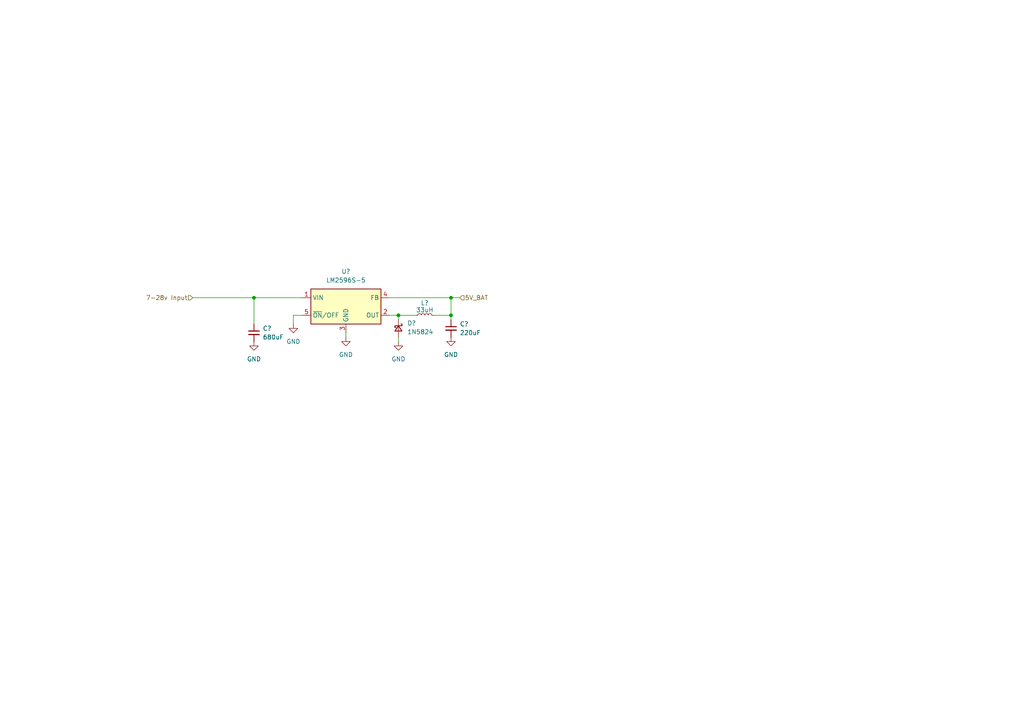
<source format=kicad_sch>
(kicad_sch (version 20231120) (generator "eeschema") (generator_version "8.0")
  (paper "A4")
  (lib_symbols
    (symbol "Device:C_Small" (pin_numbers hide) (pin_names (offset 0.254) hide)
      (property "Reference" "C" (at 0.254 1.778 0))
      (property "Value" "C_Small" (at 0.254 -2.032 0))
      (symbol "C_Small_0_1"
        (polyline (pts (xy -1.524 -0.508) (xy 1.524 -0.508)) (stroke (width 0.3302)))
        (polyline (pts (xy -1.524 0.508) (xy 1.524 0.508)) (stroke (width 0.3048)))
      )
      (symbol "C_Small_1_1"
        (pin passive line (at 0 2.54 270) (length 2.032) (name "~") (number "1"))
        (pin passive line (at 0 -2.54 90) (length 2.032) (name "~") (number "2"))
      )
    )
    (symbol "Device:D_Schottky_Small" (pin_numbers hide) (pin_names (offset 0.254) hide)
      (property "Reference" "D" (at -1.27 2.032 0))
      (property "Value" "D_Schottky_Small" (at -7.112 -2.032 0))
      (symbol "D_Schottky_Small_0_1"
        (polyline (pts (xy -0.762 0) (xy 0.762 0)))
        (polyline (pts (xy 0.762 -1.016) (xy -0.762 0) (xy 0.762 1.016) (xy 0.762 -1.016)) (stroke (width 0.254)))
        (polyline (pts (xy -1.27 0.762) (xy -1.27 1.016) (xy -0.762 1.016) (xy -0.762 -1.016) (xy -0.254 -1.016) (xy -0.254 -0.762)) (stroke (width 0.254)))
      )
      (symbol "D_Schottky_Small_1_1"
        (pin passive line (at -2.54 0 0) (length 1.778) (name "K") (number "1"))
        (pin passive line (at 2.54 0 180) (length 1.778) (name "A") (number "2"))
      )
    )
    (symbol "Device:L_Small" (pin_numbers hide) (pin_names (offset 0.254) hide)
      (property "Reference" "L" (at 0.762 1.016 0))
      (property "Value" "L_Small" (at 0.762 -1.016 0))
      (symbol "L_Small_0_1"
        (arc (start 0 -2.032) (mid 0.5058 -1.524) (end 0 -1.016))
        (arc (start 0 -1.016) (mid 0.5058 -0.508) (end 0 0))
        (arc (start 0 0) (mid 0.5058 0.508) (end 0 1.016))
        (arc (start 0 1.016) (mid 0.5058 1.524) (end 0 2.032))
      )
      (symbol "L_Small_1_1"
        (pin passive line (at 0 2.54 270) (length 0.508) (name "~") (number "1"))
        (pin passive line (at 0 -2.54 90) (length 0.508) (name "~") (number "2"))
      )
    )
    (symbol "Regulator_Switching:LM2596S-5"
      (property "Reference" "U" (at -10.16 6.35 0))
      (property "Value" "LM2596S-5" (at 0 6.35 0))
      (symbol "LM2596S-5_0_1"
        (rectangle (start -10.16 5.08) (end 10.16 -5.08) (stroke (width 0.254)) (fill (type background)))
      )
      (symbol "LM2596S-5_1_1"
        (pin power_in line (at -12.7 2.54 0) (length 2.54) (name "VIN") (number "1"))
        (pin output line (at 12.7 -2.54 180) (length 2.54) (name "OUT") (number "2"))
        (pin power_in line (at 0 -7.62 90) (length 2.54) (name "GND") (number "3"))
        (pin input line (at 12.7 2.54 180) (length 2.54) (name "FB") (number "4"))
        (pin input line (at -12.7 -2.54 0) (length 2.54) (name "~{ON}/OFF") (number "5"))
      )
    )
    (symbol "power:GND" (power) (pin_names (offset 0))
      (property "Value" "GND" (at 0 -3.81 0))
      (symbol "GND_0_1"
        (polyline (pts (xy 0 0) (xy 0 -1.27) (xy 1.27 -1.27) (xy 0 -2.54) (xy -1.27 -1.27) (xy 0 -1.27)))
      )
      (symbol "GND_1_1"
        (pin power_in line (at 0 0 270) (length 0) hide (name "GND") (number "1"))
      )
    )
  )
  (junction (at 73.66 86.36))
  (junction (at 130.81 86.36))
  (junction (at 115.57 91.44))
  (junction (at 130.81 91.44))
  (wire (pts (xy 100.33 97.79) (xy 100.33 96.52)))
  (wire (pts (xy 85.09 91.44) (xy 85.09 93.98)))
  (wire (pts (xy 113.03 86.36) (xy 130.81 86.36)))
  (wire (pts (xy 115.57 92.71) (xy 115.57 91.44)))
  (wire (pts (xy 115.57 91.44) (xy 120.65 91.44)))
  (wire (pts (xy 73.66 86.36) (xy 87.63 86.36)))
  (wire (pts (xy 115.57 99.06) (xy 115.57 97.79)))
  (wire (pts (xy 73.66 86.36) (xy 73.66 93.98)))
  (wire (pts (xy 130.81 91.44) (xy 125.73 91.44)))
  (wire (pts (xy 55.88 86.36) (xy 73.66 86.36)))
  (wire (pts (xy 130.81 86.36) (xy 133.35 86.36)))
  (wire (pts (xy 87.63 91.44) (xy 85.09 91.44)))
  (wire (pts (xy 130.81 91.44) (xy 130.81 92.71)))
  (wire (pts (xy 113.03 91.44) (xy 115.57 91.44)))
  (wire (pts (xy 130.81 86.36) (xy 130.81 91.44)))
  (hierarchical_label "5V_BAT" (shape input) (at 133.35 86.36 0))
  (hierarchical_label "7-28v Input" (shape input) (at 55.88 86.36 180))
  (symbol (lib_id "power:GND") (at 73.66 99.06 0) (unit 1)
    (property "Reference" "#PWR?" (effects (hide yes)))
    (property "Value" "GND" (at 73.66 104.14 0))
  )
  (symbol (lib_id "Device:C_Small") (at 73.66 96.52 0) (unit 1)
    (property "Reference" "C?" (at 76.2 95.2563 0) (effects (justify left)))
    (property "Value" "680uF" (at 76.2 97.7963 0) (effects (justify left)))
    (property "Footprint" "Capacitor_SMD:CP_Elec_10x10" (effects (hide yes)))
    (property "DigiKey" "A768MS687M1DLAE015" (effects (hide yes)))
  )
  (symbol (lib_id "power:GND") (at 85.09 93.98 0) (unit 1)
    (property "Reference" "#PWR?" (effects (hide yes)))
    (property "Value" "GND" (at 85.09 99.06 0))
  )
  (symbol (lib_id "power:GND") (at 130.81 97.79 0) (unit 1)
    (property "Reference" "#PWR?" (effects (hide yes)))
    (property "Value" "GND" (at 130.81 102.87 0))
  )
  (symbol (lib_id "Device:C_Small") (at 130.81 95.25 0) (unit 1)
    (property "Reference" "C?" (at 133.35 93.9863 0) (effects (justify left)))
    (property "Value" "220uF" (at 133.35 96.5263 0) (effects (justify left)))
    (property "Footprint" "Capacitor_SMD:CP_Elec_10x10" (effects (hide yes)))
    (property "DigiKey" "APXG250ARA221MJA0G" (effects (hide yes)))
  )
  (symbol (lib_id "Device:L_Small") (at 123.19 91.44 270) (mirror x) (unit 1)
    (property "Reference" "L?" (at 123.19 87.884 90))
    (property "Value" "33uH" (at 123.19 89.916 90))
    (property "Footprint" "Inductor_SMD:L_12x12mm_H8mm" (effects (hide yes)))
    (property "DigiKey" "CDRH127/LDNP-330MC" (effects (hide yes)))
  )
  (symbol (lib_id "Regulator_Switching:LM2596S-5") (at 100.33 88.9 0) (unit 1)
    (property "Reference" "U?" (at 100.33 78.74 0))
    (property "Value" "LM2596S-5" (at 100.33 81.28 0))
    (property "Footprint" "Package_TO_SOT_SMD:TO-263-5_TabPin3" (effects (hide yes)))
    (property "Datasheet" "http://www.ti.com/lit/ds/symlink/lm2596.pdf" (effects (hide yes)))
    (property "DigiKey" "LM2596S-5.0" (effects (hide yes)))
  )
  (symbol (lib_id "power:GND") (at 115.57 99.06 0) (unit 1)
    (property "Reference" "#PWR?" (effects (hide yes)))
    (property "Value" "GND" (at 115.57 104.14 0))
  )
  (symbol (lib_id "Device:D_Schottky_Small") (at 115.57 95.25 270) (unit 1)
    (property "Reference" "D?" (at 118.11 93.726 90) (effects (justify left)))
    (property "Value" "1N5824" (at 118.11 96.266 90) (effects (justify left)))
    (property "Footprint" "Diode_THT:D_DO-41_SOD81_P7.62mm_Horizontal" (effects (hide yes)))
    (property "DigiKey" "SB530-E3/54" (effects (hide yes)))
  )
  (symbol (lib_id "power:GND") (at 100.33 97.79 0) (unit 1)
    (property "Reference" "#PWR?" (effects (hide yes)))
    (property "Value" "GND" (at 100.33 102.87 0))
  )
)
</source>
